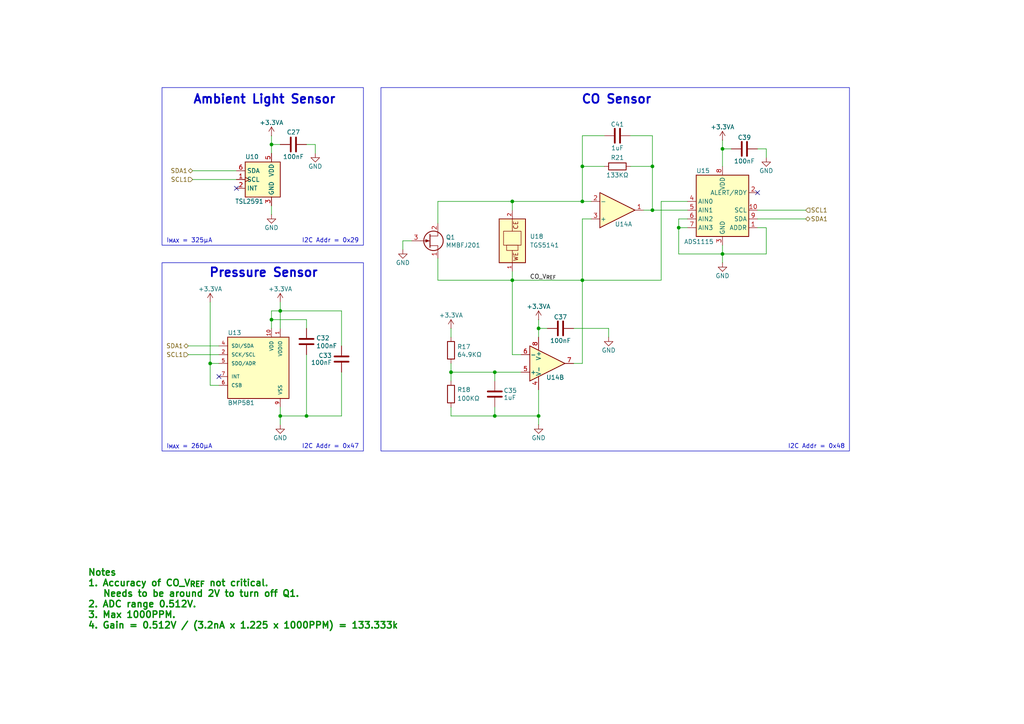
<source format=kicad_sch>
(kicad_sch (version 20250114) (generator "eeschema") (generator_version "9.0")
  (paper "A4")
  (title_block (title "ESPHome Parking Assistant") (date "2025-04-18") (rev "A") (company "Mike Lawrence"))
  (lib_symbols
    (symbol "Analog_ADC:ADS1115IDGS"
      (property "Reference" "U" (at 2.54 13.97 0))
      (property "Value" "ADS1115IDGS" (at 7.62 11.43 0))
      (symbol "ADS1115IDGS_0_1"
        (rectangle (start -7.62 10.16) (end 7.62 -7.62) (stroke (width 0.254)) (fill (type background)))
      )
      (symbol "ADS1115IDGS_1_1"
        (pin input line (at -10.16 2.54 0) (length 2.54) (name "AIN0") (number "4"))
        (pin input line (at -10.16 0 0) (length 2.54) (name "AIN1") (number "5"))
        (pin input line (at -10.16 -2.54 0) (length 2.54) (name "AIN2") (number "6"))
        (pin input line (at -10.16 -5.08 0) (length 2.54) (name "AIN3") (number "7"))
        (pin power_in line (at 0 12.7 270) (length 2.54) (name "VDD") (number "8"))
        (pin power_in line (at 0 -10.16 90) (length 2.54) (name "GND") (number "3"))
        (pin output line (at 10.16 5.08 180) (length 2.54) (name "ALERT/RDY") (number "2"))
        (pin input line (at 10.16 0 180) (length 2.54) (name "SCL") (number "10"))
        (pin bidirectional line (at 10.16 -2.54 180) (length 2.54) (name "SDA") (number "9"))
        (pin input line (at 10.16 -5.08 180) (length 2.54) (name "ADDR") (number "1"))
      )
    )
    (symbol "BMP581:BMP581" (pin_names (offset 1.016))
      (property "Reference" "U" (at -10.16 10.414 0))
      (property "Value" "BMP581" (at -10.16 -10.16 0))
      (symbol "BMP581_0_0"
        (rectangle (start -10.16 10.16) (end 7.62 -7.62) (stroke (width 0.254)) (fill (type background)))
        (pin bidirectional line (at -12.7 7.62 0) (length 2.54) (name "SDI/SDA") (number "4"))
        (pin bidirectional line (at -12.7 5.08 0) (length 2.54) (name "SCK/SCL") (number "2"))
        (pin bidirectional line (at -12.7 2.54 0) (length 2.54) (name "SDO/ADR") (number "5"))
        (pin output line (at -12.7 -1.27 0) (length 2.54) (name "INT") (number "7"))
        (pin input line (at -12.7 -3.81 0) (length 2.54) (name "CSB") (number "6"))
        (pin power_in line (at 5.08 12.7 270) (length 2.54) (name "VDDIO") (number "1"))
        (pin power_in line (at 5.08 -10.16 90) (length 2.54) (name "VSS") (number "9"))
      )
      (symbol "BMP581_1_0"
        (pin power_in line (at 2.54 12.7 270) (length 2.54) (name "VDD") (number "10"))
        (pin power_in line (at 5.08 -10.16 90) (length 2.54) (hide yes) (name "VSS") (number "3"))
        (pin power_in line (at 5.08 -10.16 90) (length 2.54) (hide yes) (name "VSS") (number "8"))
      )
    )
    (symbol "Device:C" (pin_numbers (hide yes)) (pin_names (offset 0.254))
      (property "Reference" "C" (at 0.635 2.54 0))
      (property "Value" "C" (at 0.635 -2.54 0))
      (symbol "C_0_1"
        (polyline (pts (xy -2.032 0.762) (xy 2.032 0.762)) (stroke (width 0.508)))
        (polyline (pts (xy -2.032 -0.762) (xy 2.032 -0.762)) (stroke (width 0.508)))
      )
      (symbol "C_1_1"
        (pin passive line (at 0 3.81 270) (length 2.794) (name "~") (number "1"))
        (pin passive line (at 0 -3.81 90) (length 2.794) (name "~") (number "2"))
      )
    )
    (symbol "Device:R" (pin_numbers (hide yes)) (pin_names (offset 0))
      (property "Reference" "R" (at 2.032 0 90))
      (property "Value" "R" (at 0 0 90))
      (symbol "R_0_1"
        (rectangle (start -1.016 -2.54) (end 1.016 2.54) (stroke (width 0.254)))
      )
      (symbol "R_1_1"
        (pin passive line (at 0 3.81 270) (length 1.27) (name "~") (number "1"))
        (pin passive line (at 0 -3.81 90) (length 1.27) (name "~") (number "2"))
      )
    )
    (symbol "MCP6042:MCP6042" (pin_names (offset 0.127))
      (property "Reference" "U" (at 0 5.08 0))
      (property "Value" "MCP6042" (at 0 -5.08 0))
      (symbol "MCP6042_1_1"
        (polyline (pts (xy -5.08 5.08) (xy 5.08 0) (xy -5.08 -5.08) (xy -5.08 5.08)) (stroke (width 0.254)) (fill (type background)))
        (pin input line (at -7.62 2.54 0) (length 2.54) (name "+") (number "3"))
        (pin input line (at -7.62 -2.54 0) (length 2.54) (name "-") (number "2"))
        (pin output line (at 7.62 0 180) (length 2.54) (name "~") (number "1"))
      )
      (symbol "MCP6042_2_1"
        (polyline (pts (xy -5.08 5.08) (xy 5.08 0) (xy -5.08 -5.08) (xy -5.08 5.08)) (stroke (width 0.254)) (fill (type background)))
        (pin input line (at -7.62 2.54 0) (length 2.54) (name "+") (number "5"))
        (pin input line (at -7.62 -2.54 0) (length 2.54) (name "-") (number "6"))
        (pin output line (at 7.62 0 180) (length 2.54) (name "~") (number "7"))
      )
      (symbol "MCP6042_3_1"
        (pin power_in line (at -2.54 7.62 270) (length 3.81) (name "V+") (number "8"))
        (pin power_in line (at -2.54 -7.62 90) (length 3.81) (name "V-") (number "4"))
      )
    )
    (symbol "Sensor_Optical:TSL25911FN"
      (property "Reference" "U3" (at -0.762 1.524 0))
      (property "Value" "TSL25911FN" (at -0.762 -1.524 0))
      (symbol "TSL25911FN_1_1"
        (rectangle (start 0 5.08) (end 10.16 -5.08) (stroke (width 0.254)) (fill (type background)))
        (pin no_connect line (at -2.54 2.54 0) (length 2.54) (hide yes) (name "NC") (number "4"))
        (pin power_in line (at 2.54 7.62 270) (length 2.54) (name "VDD") (number "5"))
        (pin power_in line (at 2.54 -7.62 90) (length 2.54) (name "GND") (number "3"))
        (pin bidirectional line (at 12.7 2.54 180) (length 2.54) (name "SDA") (number "6"))
        (pin input clock (at 12.7 0 180) (length 2.54) (name "SCL") (number "1"))
        (pin open_collector line (at 12.7 -2.54 180) (length 2.54) (name "INT") (number "2"))
      )
    )
    (symbol "Transistor_FET:MMBFJ111" (pin_names (hide yes))
      (property "Reference" "Q" (at 5.08 1.905 0))
      (property "Value" "MMBFJ111" (at 5.08 0 0))
      (symbol "MMBFJ111_0_1"
        (polyline (pts (xy 0 0) (xy -1.016 0.381) (xy -1.016 -0.381) (xy 0 0)) (fill (type outline)))
        (polyline (pts (xy 0.254 1.905) (xy 0.254 -1.905)) (stroke (width 0.254)))
        (polyline (pts (xy 0.254 0) (xy -2.54 0)))
        (circle (center 1.27 0) (radius 2.8194) (stroke (width 0.254)))
        (polyline (pts (xy 2.54 2.54) (xy 2.54 1.397) (xy 0.254 1.397)))
        (polyline (pts (xy 2.54 -2.54) (xy 2.54 -1.397) (xy 0.254 -1.397)))
      )
      (symbol "MMBFJ111_1_1"
        (pin input line (at -5.08 0 0) (length 2.54) (name "G") (number "3"))
        (pin passive line (at 2.54 5.08 270) (length 2.54) (name "D") (number "1"))
        (pin passive line (at 2.54 -5.08 90) (length 2.54) (name "S") (number "2"))
      )
    )
    (symbol "eec:TGS5141-P00" (pin_names (offset 1.016))
      (property "Reference" "U12" (at 11.557 8.89 0))
      (property "Value" "TGS5141-P00" (at 11.557 6.35 0))
      (symbol "TGS5141-P00_1_1"
        (rectangle (start 5.08 3.81) (end 17.78 -3.81) (stroke (width 0.254)) (fill (type background)))
        (polyline (pts (xy 5.08 0) (xy 8.636 0)))
        (rectangle (start 12.7 2.54) (end 8.636 -2.54) (fill (type background)))
        (rectangle (start 12.7 1.651) (end 14.224 -1.651) (fill (type background)))
        (polyline (pts (xy 17.78 0) (xy 14.224 0)))
        (text "CE" (at 6.858 1.016 0) (effects (font (size 1.27 1.27))))
        (text "WE" (at 16.002 1.016 0) (effects (font (size 1.27 1.27))))
        (pin passive line (at 2.54 0 0) (length 2.54) (name "CE") (number "2"))
        (pin passive line (at 20.32 0 180) (length 2.54) (name "WE") (number "1"))
      )
    )
    (symbol "power:+3.3VA" (power) (pin_numbers (hide yes)) (pin_names (offset 0) (hide yes))
      (property "Value" "+3.3VA" (at 0 3.556 0))
      (symbol "+3.3VA_0_1"
        (polyline (pts (xy -0.762 1.27) (xy 0 2.54)))
        (polyline (pts (xy 0 2.54) (xy 0.762 1.27)))
        (polyline (pts (xy 0 0) (xy 0 2.54)))
      )
      (symbol "+3.3VA_1_1"
        (pin power_in line (at 0 0 90) (length 0) (name "~") (number "1"))
      )
    )
    (symbol "power:GND" (power) (pin_numbers (hide yes)) (pin_names (offset 0) (hide yes))
      (property "Value" "GND" (at 0 -3.81 0))
      (symbol "GND_0_1"
        (polyline (pts (xy 0 0) (xy 0 -1.27) (xy 1.27 -1.27) (xy 0 -2.54) (xy -1.27 -1.27) (xy 0 -1.27)))
      )
      (symbol "GND_1_1"
        (pin power_in line (at 0 0 270) (length 0) (name "~") (number "1"))
      )
    )
  )
  (rectangle (start 46.99 25.4) (end 105.41 71.12))
  (rectangle (start 110.49 25.4) (end 246.38 130.81))
  (rectangle (start 46.99 76.2) (end 105.41 130.81))
  (text "I_{MAX} = 260µA" (at 48.26 129.54 0) (effects (font (size 1.27 1.27) (thickness 0.1588)) (justify left)))
  (text "CO Sensor" (at 178.816 27.432 0) (effects (font (size 2.54 2.54) (thickness 0.508) (bold yes)) (justify top)))
  (text "I2C Addr = 0x29" (at 104.14 69.85 0) (effects (font (size 1.27 1.27) (thickness 0.1588)) (justify right)))
  (text "I2C Addr = 0x48" (at 245.11 129.54 0) (effects (font (size 1.27 1.27) (thickness 0.1588)) (justify right)))
  (text "Notes\n1. Accuracy of CO_V_{REF} not critical. \n   Needs to be around 2V to turn off Q1.\n2. ADC range 0.512V.\n3. Max 1000PPM.\n4. Gain = 0.512V / (3.2nA x 1.225 x 1000PPM) = 133.333k" (at 25.4 165.1 0) (effects (font (size 1.905 1.905) (thickness 0.381) (bold yes)) (justify left top)))
  (text "Ambient Light Sensor" (at 76.708 27.432 0) (effects (font (size 2.54 2.54) (thickness 0.508) (bold yes)) (justify top)))
  (text "I_{MAX} = 325µA" (at 48.26 69.85 0) (effects (font (size 1.27 1.27) (thickness 0.1588)) (justify left)))
  (text "I2C Addr = 0x47" (at 104.14 129.54 0) (effects (font (size 1.27 1.27) (thickness 0.1588)) (justify right)))
  (text "Pressure Sensor" (at 76.454 77.724 0) (effects (font (size 2.54 2.54) (thickness 0.508) (bold yes)) (justify top)))
  (junction (at 168.91 58.42))
  (junction (at 148.59 81.28))
  (junction (at 156.21 95.25))
  (junction (at 196.85 66.04))
  (junction (at 143.51 120.65))
  (junction (at 168.91 48.26))
  (junction (at 148.59 58.42))
  (junction (at 78.74 92.71))
  (junction (at 81.28 120.65))
  (junction (at 189.23 60.96))
  (junction (at 130.81 107.95))
  (junction (at 168.91 81.28))
  (junction (at 189.23 48.26))
  (junction (at 143.51 107.95))
  (junction (at 209.55 43.18))
  (junction (at 209.55 73.66))
  (junction (at 81.28 90.17))
  (junction (at 60.96 105.41))
  (junction (at 78.74 41.91))
  (junction (at 88.9 120.65))
  (junction (at 156.21 120.65))
  (no_connect (at 68.58 54.61))
  (no_connect (at 219.71 55.88))
  (no_connect (at 63.5 109.22))
  (wire (pts (xy 130.81 107.95) (xy 130.81 110.49)))
  (wire (pts (xy 209.55 71.12) (xy 209.55 73.66)))
  (wire (pts (xy 63.5 102.87) (xy 54.61 102.87)))
  (wire (pts (xy 151.13 102.87) (xy 148.59 102.87)))
  (wire (pts (xy 175.26 48.26) (xy 168.91 48.26)))
  (wire (pts (xy 222.25 73.66) (xy 209.55 73.66)))
  (wire (pts (xy 156.21 92.71) (xy 156.21 95.25)))
  (wire (pts (xy 78.74 44.45) (xy 78.74 41.91)))
  (wire (pts (xy 148.59 58.42) (xy 127 58.42)))
  (wire (pts (xy 189.23 60.96) (xy 199.39 60.96)))
  (wire (pts (xy 196.85 63.5) (xy 196.85 66.04)))
  (wire (pts (xy 156.21 120.65) (xy 156.21 123.19)))
  (wire (pts (xy 219.71 43.18) (xy 222.25 43.18)))
  (wire (pts (xy 99.06 107.95) (xy 99.06 120.65)))
  (wire (pts (xy 127 81.28) (xy 148.59 81.28)))
  (wire (pts (xy 148.59 78.74) (xy 148.59 81.28)))
  (wire (pts (xy 196.85 66.04) (xy 199.39 66.04)))
  (wire (pts (xy 127 58.42) (xy 127 64.77)))
  (wire (pts (xy 191.77 81.28) (xy 168.91 81.28)))
  (wire (pts (xy 143.51 107.95) (xy 143.51 110.49)))
  (wire (pts (xy 143.51 120.65) (xy 156.21 120.65)))
  (wire (pts (xy 219.71 66.04) (xy 222.25 66.04)))
  (wire (pts (xy 189.23 39.37) (xy 189.23 48.26)))
  (wire (pts (xy 55.88 49.53) (xy 68.58 49.53)))
  (wire (pts (xy 148.59 58.42) (xy 168.91 58.42)))
  (wire (pts (xy 219.71 63.5) (xy 233.68 63.5)))
  (wire (pts (xy 186.69 60.96) (xy 189.23 60.96)))
  (wire (pts (xy 130.81 118.11) (xy 130.81 120.65)))
  (wire (pts (xy 88.9 92.71) (xy 78.74 92.71)))
  (wire (pts (xy 209.55 43.18) (xy 212.09 43.18)))
  (wire (pts (xy 168.91 105.41) (xy 166.37 105.41)))
  (wire (pts (xy 78.74 41.91) (xy 81.28 41.91)))
  (wire (pts (xy 143.51 118.11) (xy 143.51 120.65)))
  (wire (pts (xy 168.91 81.28) (xy 168.91 105.41)))
  (wire (pts (xy 176.53 95.25) (xy 176.53 97.79)))
  (wire (pts (xy 81.28 123.19) (xy 81.28 120.65)))
  (wire (pts (xy 130.81 105.41) (xy 130.81 107.95)))
  (wire (pts (xy 81.28 87.63) (xy 81.28 90.17)))
  (wire (pts (xy 78.74 59.69) (xy 78.74 62.23)))
  (wire (pts (xy 130.81 107.95) (xy 143.51 107.95)))
  (wire (pts (xy 88.9 95.25) (xy 88.9 92.71)))
  (wire (pts (xy 143.51 107.95) (xy 151.13 107.95)))
  (wire (pts (xy 168.91 58.42) (xy 171.45 58.42)))
  (wire (pts (xy 91.44 41.91) (xy 91.44 44.45)))
  (wire (pts (xy 81.28 120.65) (xy 88.9 120.65)))
  (wire (pts (xy 209.55 43.18) (xy 209.55 48.26)))
  (wire (pts (xy 189.23 48.26) (xy 189.23 60.96)))
  (wire (pts (xy 168.91 39.37) (xy 168.91 48.26)))
  (wire (pts (xy 130.81 95.25) (xy 130.81 97.79)))
  (wire (pts (xy 199.39 63.5) (xy 196.85 63.5)))
  (wire (pts (xy 156.21 113.03) (xy 156.21 120.65)))
  (wire (pts (xy 175.26 39.37) (xy 168.91 39.37)))
  (wire (pts (xy 81.28 90.17) (xy 99.06 90.17)))
  (wire (pts (xy 78.74 90.17) (xy 81.28 90.17)))
  (wire (pts (xy 171.45 63.5) (xy 168.91 63.5)))
  (wire (pts (xy 209.55 40.64) (xy 209.55 43.18)))
  (wire (pts (xy 156.21 95.25) (xy 156.21 97.79)))
  (wire (pts (xy 88.9 120.65) (xy 99.06 120.65)))
  (wire (pts (xy 127 74.93) (xy 127 81.28)))
  (wire (pts (xy 60.96 111.76) (xy 60.96 105.41)))
  (wire (pts (xy 81.28 90.17) (xy 81.28 95.25)))
  (wire (pts (xy 219.71 60.96) (xy 233.68 60.96)))
  (wire (pts (xy 182.88 39.37) (xy 189.23 39.37)))
  (wire (pts (xy 88.9 41.91) (xy 91.44 41.91)))
  (wire (pts (xy 168.91 63.5) (xy 168.91 81.28)))
  (wire (pts (xy 209.55 73.66) (xy 209.55 76.2)))
  (wire (pts (xy 166.37 95.25) (xy 176.53 95.25)))
  (wire (pts (xy 54.61 100.33) (xy 63.5 100.33)))
  (wire (pts (xy 196.85 73.66) (xy 209.55 73.66)))
  (wire (pts (xy 63.5 105.41) (xy 60.96 105.41)))
  (wire (pts (xy 63.5 111.76) (xy 60.96 111.76)))
  (wire (pts (xy 222.25 43.18) (xy 222.25 45.72)))
  (wire (pts (xy 148.59 60.96) (xy 148.59 58.42)))
  (wire (pts (xy 116.84 69.85) (xy 116.84 72.39)))
  (wire (pts (xy 81.28 118.11) (xy 81.28 120.65)))
  (wire (pts (xy 55.88 52.07) (xy 68.58 52.07)))
  (wire (pts (xy 148.59 81.28) (xy 168.91 81.28)))
  (wire (pts (xy 78.74 92.71) (xy 78.74 90.17)))
  (wire (pts (xy 182.88 48.26) (xy 189.23 48.26)))
  (wire (pts (xy 191.77 58.42) (xy 199.39 58.42)))
  (wire (pts (xy 60.96 87.63) (xy 60.96 105.41)))
  (wire (pts (xy 222.25 66.04) (xy 222.25 73.66)))
  (wire (pts (xy 168.91 48.26) (xy 168.91 58.42)))
  (wire (pts (xy 156.21 95.25) (xy 158.75 95.25)))
  (wire (pts (xy 78.74 92.71) (xy 78.74 95.25)))
  (wire (pts (xy 78.74 39.37) (xy 78.74 41.91)))
  (wire (pts (xy 196.85 66.04) (xy 196.85 73.66)))
  (wire (pts (xy 191.77 58.42) (xy 191.77 81.28)))
  (wire (pts (xy 88.9 102.87) (xy 88.9 120.65)))
  (wire (pts (xy 130.81 120.65) (xy 143.51 120.65)))
  (wire (pts (xy 119.38 69.85) (xy 116.84 69.85)))
  (wire (pts (xy 99.06 100.33) (xy 99.06 90.17)))
  (wire (pts (xy 148.59 81.28) (xy 148.59 102.87)))
  (label "CO_V_{REF}" (at 153.67 81.28 0))
  (hierarchical_label "SDA1" (shape bidirectional) (at 54.61 100.33 180))
  (hierarchical_label "SCL1" (shape input) (at 54.61 102.87 180))
  (hierarchical_label "SCL1" (shape input) (at 233.68 60.96 0))
  (hierarchical_label "SDA1" (shape bidirectional) (at 55.88 49.53 180))
  (hierarchical_label "SCL1" (shape input) (at 55.88 52.07 180))
  (hierarchical_label "SDA1" (shape bidirectional) (at 233.68 63.5 0))
  (symbol (lib_id "Device:C") (at 179.07 39.37 90) (unit 1)
    (property "Reference" "C41" (at 179.07 36.068 90))
    (property "Value" "1uF" (at 179.07 42.926 90))
    (property "Footprint" "Capacitor_SMD:C_0402_1005Metric" (effects (hide yes)))
    (property "Description" "Capacitor, 1uF, MLCC, 25V, X5R, 10%, 0402" (effects (hide yes)))
    (property "Manufacturer" "Samsung" (effects (hide yes)))
    (property "Part Number" "CL05A105KA5NQNC" (effects (hide yes)))
  )
  (symbol (lib_id "power:GND") (at 222.25 45.72 0) (unit 1)
    (property "Reference" "#PWR062" (effects (hide yes)))
    (property "Value" "GND" (at 222.25 49.53 0))
    (property "Description" "Power symbol creates a global label with name \"GND\" , ground" (effects (hide yes)))
  )
  (symbol (lib_id "Device:C") (at 143.51 114.3 0) (mirror y) (unit 1)
    (property "Reference" "C35" (at 146.05 113.284 0) (effects (justify right)))
    (property "Value" "1uF" (at 146.05 115.316 0) (effects (justify right)))
    (property "Footprint" "Capacitor_SMD:C_0402_1005Metric" (effects (hide yes)))
    (property "Description" "Capacitor, 1uF, MLCC, 25V, X5R, 10%, 0402" (effects (hide yes)))
    (property "Manufacturer" "Samsung" (effects (hide yes)))
    (property "Part Number" "CL05A105KA5NQNC" (effects (hide yes)))
  )
  (symbol (lib_id "Device:C") (at 99.06 104.14 0) (mirror y) (unit 1)
    (property "Reference" "C33" (at 96.266 103.124 0) (effects (justify left)))
    (property "Value" "100nF" (at 96.266 105.156 0) (effects (justify left)))
    (property "Footprint" "Capacitor_SMD:C_0402_1005Metric" (effects (hide yes)))
    (property "Description" "Capacitor, 100nF, MLCC, 50V, X7R, 10%, 0402" (effects (hide yes)))
    (property "Manufacturer" "Samsung" (effects (hide yes)))
    (property "Part Number" "CL05B104KB54PNC" (effects (hide yes)))
  )
  (symbol (lib_id "power:GND") (at 81.28 123.19 0) (unit 1)
    (property "Reference" "#PWR046" (effects (hide yes)))
    (property "Value" "GND" (at 81.28 127 0))
    (property "Description" "Power symbol creates a global label with name \"GND\" , ground" (effects (hide yes)))
  )
  (symbol (lib_id "power:GND") (at 78.74 62.23 0) (unit 1)
    (property "Reference" "#PWR045" (effects (hide yes)))
    (property "Value" "GND" (at 78.74 66.04 0))
    (property "Description" "Power symbol creates a global label with name \"GND\" , ground" (effects (hide yes)))
  )
  (symbol (lib_id "Device:C") (at 215.9 43.18 90) (unit 1)
    (property "Reference" "C39" (at 215.9 39.878 90))
    (property "Value" "100nF" (at 215.9 46.736 90))
    (property "Footprint" "Capacitor_SMD:C_0402_1005Metric" (effects (hide yes)))
    (property "Description" "Capacitor, 100nF, MLCC, 50V, X7R, 10%, 0402" (effects (hide yes)))
    (property "Manufacturer" "Samsung" (effects (hide yes)))
    (property "Part Number" "CL05B104KB54PNC" (effects (hide yes)))
  )
  (symbol (lib_id "power:GND") (at 156.21 123.19 0) (mirror y) (unit 1)
    (property "Reference" "#PWR068" (effects (hide yes)))
    (property "Value" "GND" (at 156.21 127 0))
    (property "Description" "Power symbol creates a global label with name \"GND\" , ground" (effects (hide yes)))
  )
  (symbol (lib_id "power:+3.3VA") (at 130.81 95.25 0) (unit 1)
    (property "Reference" "#PWR066" (effects (hide yes)))
    (property "Value" "+3.3VA" (at 130.81 91.44 0))
    (property "Description" "Power symbol creates a global label with name \"+3.3VA\"" (effects (hide yes)))
  )
  (symbol (lib_id "power:+3.3VA") (at 60.96 87.63 0) (unit 1)
    (property "Reference" "#PWR041" (effects (hide yes)))
    (property "Value" "+3.3VA" (at 60.96 83.82 0))
    (property "Description" "Power symbol creates a global label with name \"+3.3VA\"" (effects (hide yes)))
  )
  (symbol (lib_id "power:+3.3VA") (at 156.21 92.71 0) (unit 1)
    (property "Reference" "#PWR065" (effects (hide yes)))
    (property "Value" "+3.3VA" (at 156.21 88.9 0))
    (property "Description" "Power symbol creates a global label with name \"+3.3VA\"" (effects (hide yes)))
  )
  (symbol (lib_id "Device:C") (at 88.9 99.06 0) (unit 1)
    (property "Reference" "C32" (at 91.694 98.044 0) (effects (justify left)))
    (property "Value" "100nF" (at 91.694 100.33 0) (effects (justify left)))
    (property "Footprint" "Capacitor_SMD:C_0402_1005Metric" (effects (hide yes)))
    (property "Description" "Capacitor, 100nF, MLCC, 50V, X7R, 10%, 0402" (effects (hide yes)))
    (property "Manufacturer" "Samsung" (effects (hide yes)))
    (property "Part Number" "CL05B104KB54PNC" (effects (hide yes)))
  )
  (symbol (lib_id "power:+3.3VA") (at 209.55 40.64 0) (unit 1)
    (property "Reference" "#PWR014" (effects (hide yes)))
    (property "Value" "+3.3VA" (at 209.55 36.83 0))
    (property "Description" "Power symbol creates a global label with name \"+3.3VA\"" (effects (hide yes)))
  )
  (symbol (lib_id "power:+3.3VA") (at 78.74 39.37 0) (unit 1)
    (property "Reference" "#PWR043" (effects (hide yes)))
    (property "Value" "+3.3VA" (at 78.74 35.56 0))
    (property "Description" "Power symbol creates a global label with name \"+3.3VA\"" (effects (hide yes)))
  )
  (symbol (lib_id "Device:R") (at 130.81 101.6 0) (unit 1)
    (property "Reference" "R17" (at 132.588 100.584 0) (effects (justify left)))
    (property "Value" "64.9KΩ" (at 132.588 102.87 0) (effects (justify left)))
    (property "Footprint" "Resistor_SMD:R_0402_1005Metric" (effects (hide yes)))
    (property "Description" "Resistor, 64.9KΩ, 62.5mW, 1%, 0402" (effects (hide yes)))
    (property "Manufacturer" "Vishay / Dale" (effects (hide yes)))
    (property "Part Number" "CRCW040264K9FKED " (effects (hide yes)))
  )
  (symbol (lib_id "Device:R") (at 130.81 114.3 0) (unit 1)
    (property "Reference" "R18" (at 132.588 113.03 0) (effects (justify left)))
    (property "Value" "100KΩ" (at 132.588 115.57 0) (effects (justify left)))
    (property "Footprint" "Resistor_SMD:R_0402_1005Metric" (effects (hide yes)))
    (property "Description" "Resistor, 100KΩ, 62.5mW, 1%, 0402" (effects (hide yes)))
    (property "Manufacturer" "Vishay / Dale" (effects (hide yes)))
    (property "Part Number" "CRCW0402100KFKED" (effects (hide yes)))
  )
  (symbol (lib_id "Transistor_FET:MMBFJ111") (at 124.46 69.85 0) (mirror x) (unit 1)
    (property "Reference" "Q1" (at 129.286 68.834 0) (effects (justify left)))
    (property "Value" "MMBFJ201" (at 129.286 71.12 0) (effects (justify left)))
    (property "Footprint" "Package_TO_SOT_SMD:SOT-23" (effects (hide yes)))
    (property "Datasheet" "https://www.onsemi.com/download/data-sheet/pdf/mmbfj202-d.pdf" (effects (hide yes)))
    (property "Description" "20mA min, 35V, 30mOhm max, 3-10V Vgs(off), N-Channel JFET, SOT-23" (effects (hide yes)))
    (property "Manufacturer" "Onsemi" (effects (hide yes)))
    (property "Part Number" "MMBFJ201" (effects (hide yes)))
  )
  (symbol (lib_id "MCP6042:MCP6042") (at 158.75 105.41 0) (unit 3)
    (property "Reference" "U14" (effects (hide yes)))
    (property "Value" "MCP6042" (effects (hide yes)))
    (property "Footprint" "Package_SO:MSOP-8_3x3mm_P0.65mm" (effects (hide yes)))
    (property "Datasheet" "http://ww1.microchip.com/downloads/en/devicedoc/20001685e.pdf" (effects (hide yes)))
    (property "Description" "Dual Operational Amplifiers, Rail-to-Rail Input/Output, MSOP-8" (effects (hide yes)))
    (property "Manufacturer" "Microchip" (effects (hide yes)))
    (property "Part Number" "MCP6042T-I/MS" (effects (hide yes)))
  )
  (symbol (lib_id "power:GND") (at 116.84 72.39 0) (unit 1)
    (property "Reference" "#PWR063" (effects (hide yes)))
    (property "Value" "GND" (at 116.84 76.2 0))
    (property "Description" "Power symbol creates a global label with name \"GND\" , ground" (effects (hide yes)))
  )
  (symbol (lib_id "power:+3.3VA") (at 81.28 87.63 0) (unit 1)
    (property "Reference" "#PWR042" (effects (hide yes)))
    (property "Value" "+3.3VA" (at 81.28 83.82 0))
    (property "Description" "Power symbol creates a global label with name \"+3.3VA\"" (effects (hide yes)))
  )
  (symbol (lib_id "BMP581:BMP581") (at 76.2 107.95 0) (unit 1)
    (property "Reference" "U13" (at 66.04 96.52 0) (effects (justify left)))
    (property "Value" "BMP581" (at 66.04 116.84 0) (effects (justify left)))
    (property "Footprint" "BMP581:BMP581" (effects (hide yes)))
    (property "Description" "Barometric Pressure Sensor, 24-bit, Low-power and Low-noise, SMD" (effects (hide yes)))
    (property "Manufacturer" "Bosch Sensortec " (effects (hide yes)))
    (property "Part Number" "BMP581" (effects (hide yes)))
  )
  (symbol (lib_id "Device:C") (at 85.09 41.91 270) (mirror x) (unit 1)
    (property "Reference" "C27" (at 85.09 38.354 90))
    (property "Value" "100nF" (at 85.09 45.466 90))
    (property "Footprint" "Capacitor_SMD:C_0402_1005Metric" (effects (hide yes)))
    (property "Description" "Capacitor, 100nF, MLCC, 50V, X7R, 10%, 0402" (effects (hide yes)))
    (property "Manufacturer" "Samsung" (effects (hide yes)))
    (property "Part Number" "CL05B104KB54PNC" (effects (hide yes)))
  )
  (symbol (lib_id "Sensor_Optical:TSL25911FN") (at 81.28 52.07 0) (mirror y) (unit 1)
    (property "Reference" "U10" (at 71.12 45.466 0) (effects (justify right)))
    (property "Value" "TSL2591" (at 76.454 58.42 0) (effects (justify left)))
    (property "Footprint" "OptoDevice:AMS_TSL25911FN" (effects (hide yes)))
    (property "Datasheet" "https://ams.com/documents/20143/9331680/TSL2591_DS000338_7-00.pdf" (effects (hide yes)))
    (property "Description" "Light to digital converter, 2.7 to 3.6V Vdd, DFN-6" (effects (hide yes)))
    (property "Manufacturer" "AMS" (effects (hide yes)))
    (property "Part Number" "TSL2591" (effects (hide yes)))
  )
  (symbol (lib_id "Device:C") (at 162.56 95.25 90) (unit 1)
    (property "Reference" "C37" (at 162.56 91.948 90))
    (property "Value" "100nF" (at 162.56 98.806 90))
    (property "Footprint" "Capacitor_SMD:C_0402_1005Metric" (effects (hide yes)))
    (property "Description" "Capacitor, 100nF, MLCC, 50V, X7R, 10%, 0402" (effects (hide yes)))
    (property "Manufacturer" "Samsung" (effects (hide yes)))
    (property "Part Number" "CL05B104KB54PNC" (effects (hide yes)))
  )
  (symbol (lib_id "power:GND") (at 209.55 76.2 0) (mirror y) (unit 1)
    (property "Reference" "#PWR064" (effects (hide yes)))
    (property "Value" "GND" (at 209.55 80.01 0))
    (property "Description" "Power symbol creates a global label with name \"GND\" , ground" (effects (hide yes)))
  )
  (symbol (lib_id "eec:TGS5141-P00") (at 148.59 58.42 270) (unit 1)
    (property "Reference" "U18" (at 153.67 68.5799 90) (effects (justify left)))
    (property "Value" "TGS5141" (at 153.67 71.1199 90) (effects (justify left)))
    (property "Footprint" "Sensor:TGS-5141" (effects (hide yes)))
    (property "Description" "Carbon Monoxide Sensor, Long life, THT" (effects (hide yes)))
    (property "Manufacturer" "Figaro" (effects (hide yes)))
    (property "Part Number" "TGS5141-P00" (effects (hide yes)))
  )
  (symbol (lib_id "Analog_ADC:ADS1115IDGS") (at 209.55 60.96 0) (unit 1)
    (property "Reference" "U15" (at 201.93 49.53 0) (effects (justify left)))
    (property "Value" "ADS1115" (at 207.01 70.104 0) (effects (justify right)))
    (property "Footprint" "Package_SO:TSSOP-10_3x3mm_P0.5mm" (effects (hide yes)))
    (property "Datasheet" "http://www.ti.com/lit/ds/symlink/ads1113.pdf" (effects (hide yes)))
    (property "Description" "Ultra-Small, Low-Power, I2C-Compatible, 860-SPS, 16-Bit ADCs With Internal Reference, Oscillator, and Programmable Comparator, VSSOP-10" (effects (hide yes)))
    (property "Manufacturer" "Texas Instruments" (effects (hide yes)))
    (property "Part Number" "ADS1115IDGS" (effects (hide yes)))
  )
  (symbol (lib_id "Device:R") (at 179.07 48.26 90) (mirror x) (unit 1)
    (property "Reference" "R21" (at 179.07 45.72 90))
    (property "Value" "133KΩ" (at 179.07 50.8 90))
    (property "Footprint" "Resistor_SMD:R_0402_1005Metric" (effects (hide yes)))
    (property "Description" "Resistor, 133KΩ, 62.5mW, 1%, 0402" (effects (hide yes)))
    (property "Manufacturer" "Vishay / Dale" (effects (hide yes)))
    (property "Part Number" "CRCW0402133KFKED" (effects (hide yes)))
  )
  (symbol (lib_id "power:GND") (at 176.53 97.79 0) (mirror y) (unit 1)
    (property "Reference" "#PWR067" (effects (hide yes)))
    (property "Value" "GND" (at 176.53 101.6 0))
    (property "Description" "Power symbol creates a global label with name \"GND\" , ground" (effects (hide yes)))
  )
  (symbol (lib_id "MCP6042:MCP6042") (at 158.75 105.41 0) (mirror x) (unit 2)
    (property "Reference" "U14" (at 161.036 109.474 0))
    (property "Value" "MCP6042" (effects (hide yes)))
    (property "Footprint" "Package_SO:MSOP-8_3x3mm_P0.65mm" (effects (hide yes)))
    (property "Datasheet" "http://ww1.microchip.com/downloads/en/devicedoc/20001685e.pdf" (effects (hide yes)))
    (property "Description" "Dual Operational Amplifiers, Rail-to-Rail Input/Output, MSOP-8" (effects (hide yes)))
    (property "Manufacturer" "Microchip" (effects (hide yes)))
    (property "Part Number" "MCP6042T-I/MS" (effects (hide yes)))
  )
  (symbol (lib_id "power:GND") (at 91.44 44.45 0) (unit 1)
    (property "Reference" "#PWR044" (effects (hide yes)))
    (property "Value" "GND" (at 91.44 48.26 0))
    (property "Description" "Power symbol creates a global label with name \"GND\" , ground" (effects (hide yes)))
  )
  (symbol (lib_id "MCP6042:MCP6042") (at 179.07 60.96 0) (mirror x) (unit 1)
    (property "Reference" "U14" (at 180.848 65.024 0))
    (property "Value" "MCP6042" (effects (hide yes)))
    (property "Footprint" "Package_SO:MSOP-8_3x3mm_P0.65mm" (effects (hide yes)))
    (property "Datasheet" "http://ww1.microchip.com/downloads/en/devicedoc/20001685e.pdf" (effects (hide yes)))
    (property "Description" "Dual Operational Amplifiers, Rail-to-Rail Input/Output, MSOP-8" (effects (hide yes)))
    (property "Manufacturer" "Microchip" (effects (hide yes)))
    (property "Part Number" "MCP6042T-I/MS" (effects (hide yes)))
  )
)
</source>
